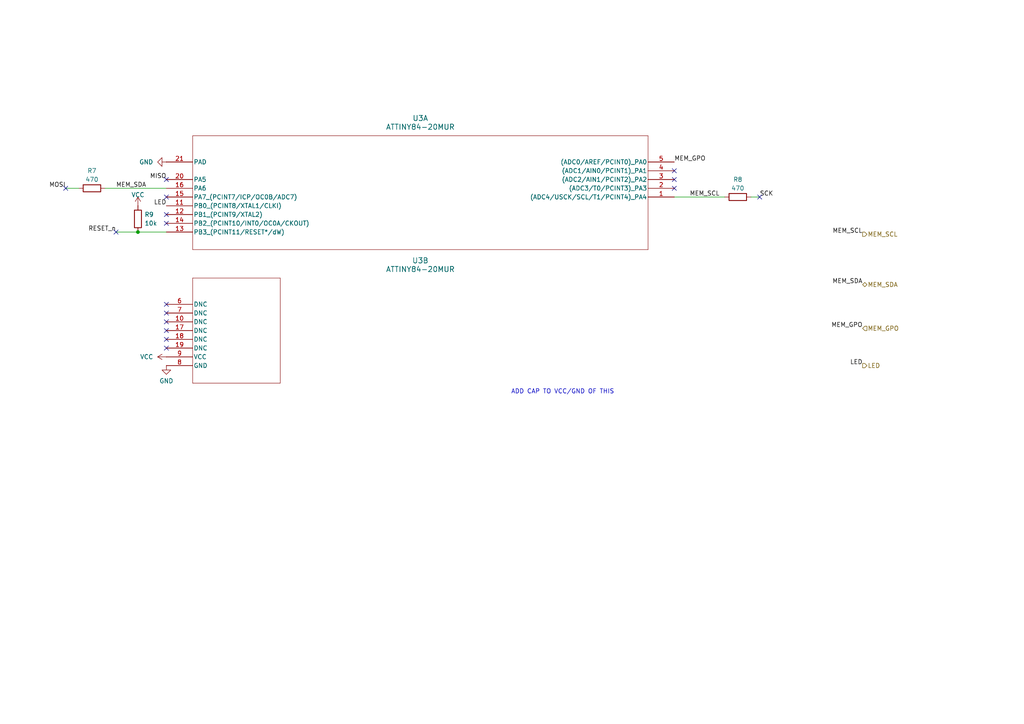
<source format=kicad_sch>
(kicad_sch (version 20250114) (generator "eeschema") (generator_version "9.0")
  (paper "A4")
  (title_block (title "Processor") (date "2025-07-13") (rev "0.1"))
  (lib_symbols
    (symbol "ATTINY84-20MU:ATTINY84-20MUR" (pin_names (offset 0.254))
      (property "Reference" "U3" (at 73.66 12.7 0))
      (property "Value" "ATTINY84-20MUR" (at 73.66 10.16 0))
      (symbol "ATTINY84-20MUR_1_1"
        (polyline (pts (xy 7.62 7.62) (xy 7.62 -25.4)) (stroke (width 0.127)))
        (polyline (pts (xy 7.62 -25.4) (xy 139.7 -25.4)) (stroke (width 0.127)))
        (polyline (pts (xy 139.7 7.62) (xy 7.62 7.62)) (stroke (width 0.127)))
        (polyline (pts (xy 139.7 -25.4) (xy 139.7 7.62)) (stroke (width 0.127)))
        (pin unspecified line (at 0 0 0) (length 7.62) (name "PAD") (number "21"))
        (pin bidirectional line (at 0 -5.08 0) (length 7.62) (name "PA5") (number "20"))
        (pin bidirectional line (at 0 -7.62 0) (length 7.62) (name "PA6") (number "16"))
        (pin bidirectional line (at 0 -10.16 0) (length 7.62) (name "PA7_(PCINT7/ICP/OC0B/ADC7)") (number "15"))
        (pin bidirectional line (at 0 -12.7 0) (length 7.62) (name "PB0_(PCINT8/XTAL1/CLKI)") (number "11"))
        (pin bidirectional line (at 0 -15.24 0) (length 7.62) (name "PB1_(PCINT9/XTAL2)") (number "12"))
        (pin bidirectional line (at 0 -17.78 0) (length 7.62) (name "PB2_(PCINT10/INT0/OC0A/CKOUT)") (number "14"))
        (pin bidirectional line (at 0 -20.32 0) (length 7.62) (name "PB3_(PCINT11/RESET*/dW)") (number "13"))
        (pin bidirectional line (at 147.32 0 180) (length 7.62) (name "(ADC0/AREF/PCINT0)_PA0") (number "5"))
        (pin bidirectional line (at 147.32 -2.54 180) (length 7.62) (name "(ADC1/AIN0/PCINT1)_PA1") (number "4"))
        (pin bidirectional line (at 147.32 -5.08 180) (length 7.62) (name "(ADC2/AIN1/PCINT2)_PA2") (number "3"))
        (pin bidirectional line (at 147.32 -7.62 180) (length 7.62) (name "(ADC3/T0/PCINT3)_PA3") (number "2"))
        (pin bidirectional line (at 147.32 -10.16 180) (length 7.62) (name "(ADC4/USCK/SCL/T1/PCINT4)_PA4") (number "1"))
      )
      (symbol "ATTINY84-20MUR_2_1"
        (polyline (pts (xy 7.62 7.62) (xy 7.62 -22.86)) (stroke (width 0.127)))
        (polyline (pts (xy 7.62 -22.86) (xy 33.02 -22.86)) (stroke (width 0.127)))
        (polyline (pts (xy 33.02 7.62) (xy 7.62 7.62)) (stroke (width 0.127)))
        (polyline (pts (xy 33.02 -22.86) (xy 33.02 7.62)) (stroke (width 0.127)))
        (pin unspecified line (at 0 0 0) (length 7.62) (name "DNC") (number "6"))
        (pin unspecified line (at 0 -2.54 0) (length 7.62) (name "DNC") (number "7"))
        (pin unspecified line (at 0 -5.08 0) (length 7.62) (name "DNC") (number "10"))
        (pin unspecified line (at 0 -7.62 0) (length 7.62) (name "DNC") (number "17"))
        (pin unspecified line (at 0 -10.16 0) (length 7.62) (name "DNC") (number "18"))
        (pin unspecified line (at 0 -12.7 0) (length 7.62) (name "DNC") (number "19"))
        (pin power_in line (at 0 -15.24 0) (length 7.62) (name "VCC") (number "9"))
        (pin power_in line (at 0 -17.78 0) (length 7.62) (name "GND") (number "8"))
      )
    )
    (symbol "ATTINY84-20MUR_1" (pin_names (offset 0.254))
      (property "Reference" "U3" (at 73.66 12.7 0))
      (property "Value" "ATTINY84-20MUR" (at 73.66 10.16 0))
      (symbol "ATTINY84-20MUR_1_1_1"
        (polyline (pts (xy 7.62 7.62) (xy 7.62 -25.4)) (stroke (width 0.127)))
        (polyline (pts (xy 7.62 -25.4) (xy 139.7 -25.4)) (stroke (width 0.127)))
        (polyline (pts (xy 139.7 7.62) (xy 7.62 7.62)) (stroke (width 0.127)))
        (polyline (pts (xy 139.7 -25.4) (xy 139.7 7.62)) (stroke (width 0.127)))
        (pin unspecified line (at 0 0 0) (length 7.62) (name "PAD") (number "21"))
        (pin bidirectional line (at 0 -5.08 0) (length 7.62) (name "PA5") (number "20"))
        (pin bidirectional line (at 0 -7.62 0) (length 7.62) (name "PA6") (number "16"))
        (pin bidirectional line (at 0 -10.16 0) (length 7.62) (name "PA7_(PCINT7/ICP/OC0B/ADC7)") (number "15"))
        (pin bidirectional line (at 0 -12.7 0) (length 7.62) (name "PB0_(PCINT8/XTAL1/CLKI)") (number "11"))
        (pin bidirectional line (at 0 -15.24 0) (length 7.62) (name "PB1_(PCINT9/XTAL2)") (number "12"))
        (pin bidirectional line (at 0 -17.78 0) (length 7.62) (name "PB2_(PCINT10/INT0/OC0A/CKOUT)") (number "14"))
        (pin bidirectional line (at 0 -20.32 0) (length 7.62) (name "PB3_(PCINT11/RESET*/dW)") (number "13"))
        (pin bidirectional line (at 147.32 0 180) (length 7.62) (name "(ADC0/AREF/PCINT0)_PA0") (number "5"))
        (pin bidirectional line (at 147.32 -2.54 180) (length 7.62) (name "(ADC1/AIN0/PCINT1)_PA1") (number "4"))
        (pin bidirectional line (at 147.32 -5.08 180) (length 7.62) (name "(ADC2/AIN1/PCINT2)_PA2") (number "3"))
        (pin bidirectional line (at 147.32 -7.62 180) (length 7.62) (name "(ADC3/T0/PCINT3)_PA3") (number "2"))
        (pin bidirectional line (at 147.32 -10.16 180) (length 7.62) (name "(ADC4/USCK/SCL/T1/PCINT4)_PA4") (number "1"))
      )
      (symbol "ATTINY84-20MUR_1_2_1"
        (polyline (pts (xy 7.62 7.62) (xy 7.62 -22.86)) (stroke (width 0.127)))
        (polyline (pts (xy 7.62 -22.86) (xy 33.02 -22.86)) (stroke (width 0.127)))
        (polyline (pts (xy 33.02 7.62) (xy 7.62 7.62)) (stroke (width 0.127)))
        (polyline (pts (xy 33.02 -22.86) (xy 33.02 7.62)) (stroke (width 0.127)))
        (pin unspecified line (at 0 0 0) (length 7.62) (name "DNC") (number "6"))
        (pin unspecified line (at 0 -2.54 0) (length 7.62) (name "DNC") (number "7"))
        (pin unspecified line (at 0 -5.08 0) (length 7.62) (name "DNC") (number "10"))
        (pin unspecified line (at 0 -7.62 0) (length 7.62) (name "DNC") (number "17"))
        (pin unspecified line (at 0 -10.16 0) (length 7.62) (name "DNC") (number "18"))
        (pin unspecified line (at 0 -12.7 0) (length 7.62) (name "DNC") (number "19"))
        (pin power_in line (at 0 -15.24 0) (length 7.62) (name "VCC") (number "9"))
        (pin power_in line (at 0 -17.78 0) (length 7.62) (name "GND") (number "8"))
      )
    )
    (symbol "Device:R" (pin_numbers (hide yes)) (pin_names (offset 0))
      (property "Reference" "R" (at 2.032 0 90))
      (property "Value" "R" (at 0 0 90))
      (symbol "R_0_1"
        (rectangle (start -1.016 -2.54) (end 1.016 2.54) (stroke (width 0.254)))
      )
      (symbol "R_1_1"
        (pin passive line (at 0 3.81 270) (length 1.27) (name "~") (number "1"))
        (pin passive line (at 0 -3.81 90) (length 1.27) (name "~") (number "2"))
      )
    )
    (symbol "power:GND" (power) (pin_numbers (hide yes)) (pin_names (offset 0) (hide yes))
      (property "Value" "GND" (at 0 -3.81 0))
      (symbol "GND_0_1"
        (polyline (pts (xy 0 0) (xy 0 -1.27) (xy 1.27 -1.27) (xy 0 -2.54) (xy -1.27 -1.27) (xy 0 -1.27)))
      )
      (symbol "GND_1_1"
        (pin power_in line (at 0 0 270) (length 0) (name "~") (number "1"))
      )
    )
    (symbol "power:VCC" (power) (pin_numbers (hide yes)) (pin_names (offset 0) (hide yes))
      (property "Value" "VCC" (at 0 3.556 0))
      (symbol "VCC_0_1"
        (polyline (pts (xy -0.762 1.27) (xy 0 2.54)))
        (polyline (pts (xy 0 2.54) (xy 0.762 1.27)))
        (polyline (pts (xy 0 0) (xy 0 2.54)))
      )
      (symbol "VCC_1_1"
        (pin power_in line (at 0 0 90) (length 0) (name "~") (number "1"))
      )
    )
  )
  (text "ADD CAP TO VCC/GND OF THIS" (at 163.195 113.665 0) (effects (font (size 1.27 1.27))))
  (junction (at 40.005 67.31))
  (no_connect (at 195.58 52.07))
  (no_connect (at 48.26 52.07))
  (no_connect (at 220.345 57.15))
  (no_connect (at 48.26 100.965))
  (no_connect (at 48.26 57.15))
  (no_connect (at 195.58 54.61))
  (no_connect (at 48.26 88.265))
  (no_connect (at 48.26 93.345))
  (no_connect (at 48.26 90.805))
  (no_connect (at 48.26 98.425))
  (no_connect (at 48.26 62.23))
  (no_connect (at 195.58 49.53))
  (no_connect (at 33.655 67.31))
  (no_connect (at 48.26 64.77))
  (no_connect (at 48.26 95.885))
  (no_connect (at 19.05 54.61))
  (wire (pts (xy 30.48 54.61) (xy 48.26 54.61)))
  (wire (pts (xy 210.185 57.15) (xy 195.58 57.15)))
  (wire (pts (xy 33.655 67.31) (xy 40.005 67.31)))
  (wire (pts (xy 220.345 57.15) (xy 217.805 57.15)))
  (wire (pts (xy 19.05 54.61) (xy 22.86 54.61)))
  (wire (pts (xy 40.005 67.31) (xy 48.26 67.31)))
  (label "LED" (at 48.26 59.69 180))
  (label "MEM_SDA" (at 33.655 54.61 0))
  (label "MEM_SDA" (at 250.19 82.55 180))
  (label "MEM_GPO" (at 195.58 46.99 0))
  (label "MISO" (at 48.26 52.07 180))
  (label "RESET_n" (at 33.655 67.31 180))
  (label "MOSI" (at 19.05 54.61 180))
  (label "MEM_GPO" (at 250.19 95.25 180))
  (label "MEM_SCL" (at 250.19 67.945 180))
  (label "SCK" (at 220.345 57.15 0))
  (label "LED" (at 250.19 106.045 180))
  (label "MEM_SCL" (at 200.025 57.15 0))
  (hierarchical_label "MEM_SDA" (shape bidirectional) (at 250.19 82.55 0))
  (hierarchical_label "MEM_SCL" (shape output) (at 250.19 67.945 0))
  (hierarchical_label "MEM_GPO" (shape input) (at 250.19 95.25 0))
  (hierarchical_label "LED" (shape output) (at 250.19 106.045 0))
  (symbol (lib_id "power:VCC") (at 40.005 59.69 0) (unit 1)
    (property "Reference" "#PWR015" (effects (hide yes)))
    (property "Value" "VCC" (at 40.005 56.515 0))
    (property "Description" "Power symbol creates a global label with name \"VCC\"" (effects (hide yes)))
  )
  (symbol (lib_id "Device:R") (at 213.995 57.15 90) (unit 1)
    (property "Reference" "R8" (at 213.995 52.07 90))
    (property "Value" "470" (at 213.995 54.61 90))
    (property "Footprint" "Resistor_SMD:R_0603_1608Metric" (effects (hide yes)))
    (property "Description" "Resistor" (effects (hide yes)))
  )
  (symbol (lib_id "Device:R") (at 40.005 63.5 0) (unit 1)
    (property "Reference" "R9" (at 41.91 62.2299 0) (effects (justify left)))
    (property "Value" "10k" (at 41.91 64.7699 0) (effects (justify left)))
    (property "Footprint" "Resistor_SMD:R_0603_1608Metric" (effects (hide yes)))
    (property "Description" "Resistor" (effects (hide yes)))
  )
  (symbol (lib_name "ATTINY84-20MUR_1") (lib_id "ATTINY84-20MU:ATTINY84-20MUR") (at 48.26 88.265 0) (unit 2)
    (property "Reference" "U3" (at 121.92 75.565 0) (effects (font (size 1.524 1.524))))
    (property "Value" "ATTINY84-20MUR" (at 121.92 78.105 0) (effects (font (size 1.524 1.524))))
    (property "Footprint" "20M1_ATM" (effects (hide yes)))
    (property "Datasheet" "ATTINY84-20MUR" (effects (hide yes)))
  )
  (symbol (lib_id "Device:R") (at 26.67 54.61 90) (unit 1)
    (property "Reference" "R7" (at 26.67 49.53 90))
    (property "Value" "470" (at 26.67 52.07 90))
    (property "Footprint" "Resistor_SMD:R_0603_1608Metric" (effects (hide yes)))
    (property "Description" "Resistor" (effects (hide yes)))
  )
  (symbol (lib_id "power:GND") (at 48.26 106.045 0) (unit 1)
    (property "Reference" "#PWR017" (effects (hide yes)))
    (property "Value" "GND" (at 48.26 110.49 0))
    (property "Description" "Power symbol creates a global label with name \"GND\" , ground" (effects (hide yes)))
  )
  (symbol (lib_id "ATTINY84-20MU:ATTINY84-20MUR") (at 48.26 46.99 0) (unit 1)
    (property "Reference" "U3" (at 121.92 34.29 0) (effects (font (size 1.524 1.524))))
    (property "Value" "ATTINY84-20MUR" (at 121.92 36.83 0) (effects (font (size 1.524 1.524))))
    (property "Footprint" "20M1_ATM" (effects (hide yes)))
    (property "Datasheet" "ATTINY84-20MUR" (effects (hide yes)))
  )
  (symbol (lib_id "power:VCC") (at 48.26 103.505 90) (unit 1)
    (property "Reference" "#PWR016" (effects (hide yes)))
    (property "Value" "VCC" (at 44.45 103.5049 90) (effects (justify left)))
    (property "Description" "Power symbol creates a global label with name \"VCC\"" (effects (hide yes)))
  )
  (symbol (lib_id "power:GND") (at 48.26 46.99 270) (unit 1)
    (property "Reference" "#PWR014" (effects (hide yes)))
    (property "Value" "GND" (at 44.45 46.9899 90) (effects (justify right)))
    (property "Description" "Power symbol creates a global label with name \"GND\" , ground" (effects (hide yes)))
  )
)
</source>
